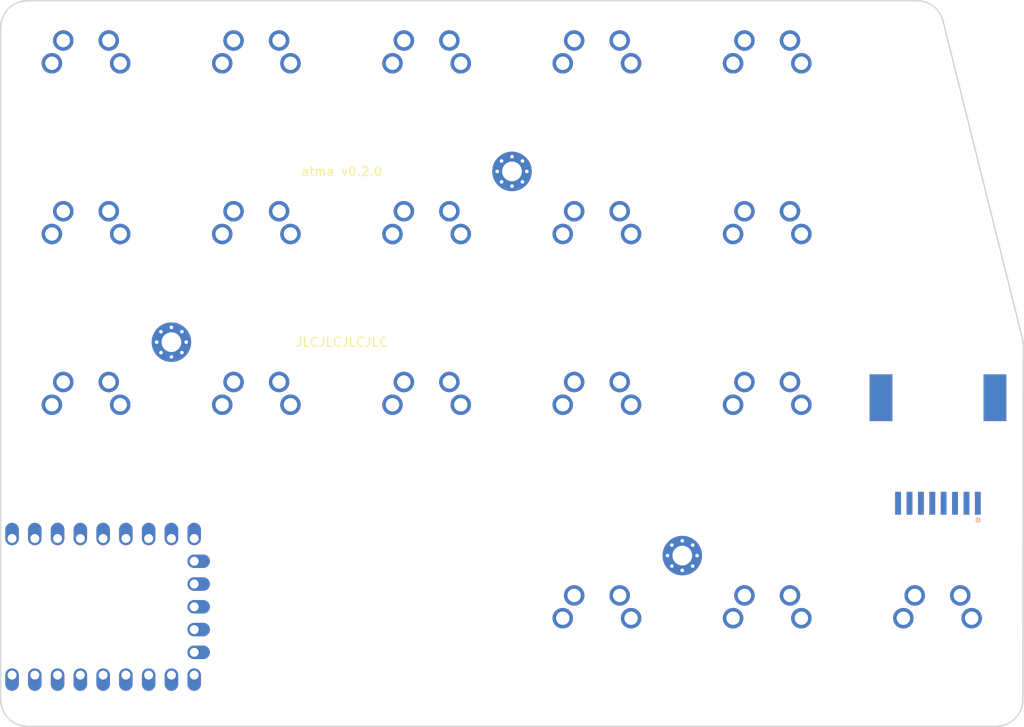
<source format=kicad_pcb>

            
(kicad_pcb (version 20171130) (host pcbnew 5.1.6)

  (page A3)
  (title_block
    (title atma)
    (rev v1.0.0)
    (company Unknown)
  )

  (general
    (thickness 1.6)
  )

  (layers
    (0 F.Cu signal)
    (31 B.Cu signal)
    (32 B.Adhes user)
    (33 F.Adhes user)
    (34 B.Paste user)
    (35 F.Paste user)
    (36 B.SilkS user)
    (37 F.SilkS user)
    (38 B.Mask user)
    (39 F.Mask user)
    (40 Dwgs.User user)
    (41 Cmts.User user)
    (42 Eco1.User user)
    (43 Eco2.User user)
    (44 Edge.Cuts user)
    (45 Margin user)
    (46 B.CrtYd user)
    (47 F.CrtYd user)
    (48 B.Fab user)
    (49 F.Fab user)
  )

  (setup
    (last_trace_width 0.25)
    (trace_clearance 0.2)
    (zone_clearance 0.508)
    (zone_45_only no)
    (trace_min 0.2)
    (via_size 0.8)
    (via_drill 0.4)
    (via_min_size 0.4)
    (via_min_drill 0.3)
    (uvia_size 0.3)
    (uvia_drill 0.1)
    (uvias_allowed no)
    (uvia_min_size 0.2)
    (uvia_min_drill 0.1)
    (edge_width 0.05)
    (segment_width 0.2)
    (pcb_text_width 0.3)
    (pcb_text_size 1.5 1.5)
    (mod_edge_width 0.12)
    (mod_text_size 1 1)
    (mod_text_width 0.15)
    (pad_size 1.524 1.524)
    (pad_drill 0.762)
    (pad_to_mask_clearance 0.05)
    (aux_axis_origin 0 0)
    (visible_elements FFFFFF7F)
    (pcbplotparams
      (layerselection 0x010fc_ffffffff)
      (usegerberextensions false)
      (usegerberattributes true)
      (usegerberadvancedattributes true)
      (creategerberjobfile true)
      (excludeedgelayer true)
      (linewidth 0.100000)
      (plotframeref false)
      (viasonmask false)
      (mode 1)
      (useauxorigin false)
      (hpglpennumber 1)
      (hpglpenspeed 20)
      (hpglpendiameter 15.000000)
      (psnegative false)
      (psa4output false)
      (plotreference true)
      (plotvalue true)
      (plotinvisibletext false)
      (padsonsilk false)
      (subtractmaskfromsilk false)
      (outputformat 1)
      (mirror false)
      (drillshape 1)
      (scaleselection 1)
      (outputdirectory ""))
  )

            (net 0 "")
(net 1 "matrix_pinky_bottom")
(net 2 "GND")
(net 3 "matrix_pinky_home")
(net 4 "matrix_pinky_top")
(net 5 "matrix_ring_bottom")
(net 6 "matrix_ring_home")
(net 7 "matrix_ring_top")
(net 8 "matrix_middle_bottom")
(net 9 "matrix_middle_home")
(net 10 "matrix_middle_top")
(net 11 "matrix_index_bottom")
(net 12 "matrix_index_home")
(net 13 "matrix_index_top")
(net 14 "matrix_inner_bottom")
(net 15 "matrix_inner_home")
(net 16 "matrix_inner_top")
(net 17 "thumbfan_near_home")
(net 18 "thumbfan_home_home")
(net 19 "thumbfan_far_home")
(net 20 "GP12")
(net 21 "GP13")
(net 22 "3V3")
(net 23 "5V")
            
  (net_class Default "This is the default net class."
    (clearance 0.2)
    (trace_width 0.25)
    (via_dia 0.8)
    (via_drill 0.4)
    (uvia_dia 0.3)
    (uvia_drill 0.1)
    (add_net "")
(add_net "matrix_pinky_bottom")
(add_net "GND")
(add_net "matrix_pinky_home")
(add_net "matrix_pinky_top")
(add_net "matrix_ring_bottom")
(add_net "matrix_ring_home")
(add_net "matrix_ring_top")
(add_net "matrix_middle_bottom")
(add_net "matrix_middle_home")
(add_net "matrix_middle_top")
(add_net "matrix_index_bottom")
(add_net "matrix_index_home")
(add_net "matrix_index_top")
(add_net "matrix_inner_bottom")
(add_net "matrix_inner_home")
(add_net "matrix_inner_top")
(add_net "thumbfan_near_home")
(add_net "thumbfan_home_home")
(add_net "thumbfan_far_home")
(add_net "GP12")
(add_net "GP13")
(add_net "3V3")
(add_net "5V")
  )

            
        
      (module MX (layer F.Cu) (tedit 5DD4F656)
      (at 152.4 152.4 0)

      
      (fp_text reference "S1" (at 0 0) (layer F.SilkS) hide (effects (font (size 1.27 1.27) (thickness 0.15))))
      (fp_text value "" (at 0 0) (layer F.SilkS) hide (effects (font (size 1.27 1.27) (thickness 0.15))))

      
      (fp_line (start -7 -6) (end -7 -7) (layer Dwgs.User) (width 0.15))
      (fp_line (start -7 7) (end -6 7) (layer Dwgs.User) (width 0.15))
      (fp_line (start -6 -7) (end -7 -7) (layer Dwgs.User) (width 0.15))
      (fp_line (start -7 7) (end -7 6) (layer Dwgs.User) (width 0.15))
      (fp_line (start 7 6) (end 7 7) (layer Dwgs.User) (width 0.15))
      (fp_line (start 7 -7) (end 6 -7) (layer Dwgs.User) (width 0.15))
      (fp_line (start 6 7) (end 7 7) (layer Dwgs.User) (width 0.15))
      (fp_line (start 7 -7) (end 7 -6) (layer Dwgs.User) (width 0.15))
    
      
      (pad "" np_thru_hole circle (at 0 0) (size 3.9878 3.9878) (drill 3.9878) (layers *.Cu *.Mask))

      
      (pad "" np_thru_hole circle (at 5.08 0) (size 1.7018 1.7018) (drill 1.7018) (layers *.Cu *.Mask))
      (pad "" np_thru_hole circle (at -5.08 0) (size 1.7018 1.7018) (drill 1.7018) (layers *.Cu *.Mask))
      
        
      
      (fp_line (start -9.5 -9.5) (end 9.5 -9.5) (layer Dwgs.User) (width 0.15))
      (fp_line (start 9.5 -9.5) (end 9.5 9.5) (layer Dwgs.User) (width 0.15))
      (fp_line (start 9.5 9.5) (end -9.5 9.5) (layer Dwgs.User) (width 0.15))
      (fp_line (start -9.5 9.5) (end -9.5 -9.5) (layer Dwgs.User) (width 0.15))
      
        
            
            (pad 1 thru_hole circle (at 2.54 -5.08) (size 2.286 2.286) (drill 1.4986) (layers *.Cu *.Mask) (net 1 "matrix_pinky_bottom"))
            (pad 2 thru_hole circle (at -3.81 -2.54) (size 2.286 2.286) (drill 1.4986) (layers *.Cu *.Mask) (net 2 "GND"))
          
        
            
            (pad 1 thru_hole circle (at -2.54 -5.08) (size 2.286 2.286) (drill 1.4986) (layers *.Cu *.Mask) (net 1 "matrix_pinky_bottom"))
            (pad 2 thru_hole circle (at 3.81 -2.54) (size 2.286 2.286) (drill 1.4986) (layers *.Cu *.Mask) (net 2 "GND"))
          )
        

        
      (module MX (layer F.Cu) (tedit 5DD4F656)
      (at 152.4 133.35 0)

      
      (fp_text reference "S2" (at 0 0) (layer F.SilkS) hide (effects (font (size 1.27 1.27) (thickness 0.15))))
      (fp_text value "" (at 0 0) (layer F.SilkS) hide (effects (font (size 1.27 1.27) (thickness 0.15))))

      
      (fp_line (start -7 -6) (end -7 -7) (layer Dwgs.User) (width 0.15))
      (fp_line (start -7 7) (end -6 7) (layer Dwgs.User) (width 0.15))
      (fp_line (start -6 -7) (end -7 -7) (layer Dwgs.User) (width 0.15))
      (fp_line (start -7 7) (end -7 6) (layer Dwgs.User) (width 0.15))
      (fp_line (start 7 6) (end 7 7) (layer Dwgs.User) (width 0.15))
      (fp_line (start 7 -7) (end 6 -7) (layer Dwgs.User) (width 0.15))
      (fp_line (start 6 7) (end 7 7) (layer Dwgs.User) (width 0.15))
      (fp_line (start 7 -7) (end 7 -6) (layer Dwgs.User) (width 0.15))
    
      
      (pad "" np_thru_hole circle (at 0 0) (size 3.9878 3.9878) (drill 3.9878) (layers *.Cu *.Mask))

      
      (pad "" np_thru_hole circle (at 5.08 0) (size 1.7018 1.7018) (drill 1.7018) (layers *.Cu *.Mask))
      (pad "" np_thru_hole circle (at -5.08 0) (size 1.7018 1.7018) (drill 1.7018) (layers *.Cu *.Mask))
      
        
      
      (fp_line (start -9.5 -9.5) (end 9.5 -9.5) (layer Dwgs.User) (width 0.15))
      (fp_line (start 9.5 -9.5) (end 9.5 9.5) (layer Dwgs.User) (width 0.15))
      (fp_line (start 9.5 9.5) (end -9.5 9.5) (layer Dwgs.User) (width 0.15))
      (fp_line (start -9.5 9.5) (end -9.5 -9.5) (layer Dwgs.User) (width 0.15))
      
        
            
            (pad 1 thru_hole circle (at 2.54 -5.08) (size 2.286 2.286) (drill 1.4986) (layers *.Cu *.Mask) (net 3 "matrix_pinky_home"))
            (pad 2 thru_hole circle (at -3.81 -2.54) (size 2.286 2.286) (drill 1.4986) (layers *.Cu *.Mask) (net 2 "GND"))
          
        
            
            (pad 1 thru_hole circle (at -2.54 -5.08) (size 2.286 2.286) (drill 1.4986) (layers *.Cu *.Mask) (net 3 "matrix_pinky_home"))
            (pad 2 thru_hole circle (at 3.81 -2.54) (size 2.286 2.286) (drill 1.4986) (layers *.Cu *.Mask) (net 2 "GND"))
          )
        

        
      (module MX (layer F.Cu) (tedit 5DD4F656)
      (at 152.4 114.3 0)

      
      (fp_text reference "S3" (at 0 0) (layer F.SilkS) hide (effects (font (size 1.27 1.27) (thickness 0.15))))
      (fp_text value "" (at 0 0) (layer F.SilkS) hide (effects (font (size 1.27 1.27) (thickness 0.15))))

      
      (fp_line (start -7 -6) (end -7 -7) (layer Dwgs.User) (width 0.15))
      (fp_line (start -7 7) (end -6 7) (layer Dwgs.User) (width 0.15))
      (fp_line (start -6 -7) (end -7 -7) (layer Dwgs.User) (width 0.15))
      (fp_line (start -7 7) (end -7 6) (layer Dwgs.User) (width 0.15))
      (fp_line (start 7 6) (end 7 7) (layer Dwgs.User) (width 0.15))
      (fp_line (start 7 -7) (end 6 -7) (layer Dwgs.User) (width 0.15))
      (fp_line (start 6 7) (end 7 7) (layer Dwgs.User) (width 0.15))
      (fp_line (start 7 -7) (end 7 -6) (layer Dwgs.User) (width 0.15))
    
      
      (pad "" np_thru_hole circle (at 0 0) (size 3.9878 3.9878) (drill 3.9878) (layers *.Cu *.Mask))

      
      (pad "" np_thru_hole circle (at 5.08 0) (size 1.7018 1.7018) (drill 1.7018) (layers *.Cu *.Mask))
      (pad "" np_thru_hole circle (at -5.08 0) (size 1.7018 1.7018) (drill 1.7018) (layers *.Cu *.Mask))
      
        
      
      (fp_line (start -9.5 -9.5) (end 9.5 -9.5) (layer Dwgs.User) (width 0.15))
      (fp_line (start 9.5 -9.5) (end 9.5 9.5) (layer Dwgs.User) (width 0.15))
      (fp_line (start 9.5 9.5) (end -9.5 9.5) (layer Dwgs.User) (width 0.15))
      (fp_line (start -9.5 9.5) (end -9.5 -9.5) (layer Dwgs.User) (width 0.15))
      
        
            
            (pad 1 thru_hole circle (at 2.54 -5.08) (size 2.286 2.286) (drill 1.4986) (layers *.Cu *.Mask) (net 4 "matrix_pinky_top"))
            (pad 2 thru_hole circle (at -3.81 -2.54) (size 2.286 2.286) (drill 1.4986) (layers *.Cu *.Mask) (net 2 "GND"))
          
        
            
            (pad 1 thru_hole circle (at -2.54 -5.08) (size 2.286 2.286) (drill 1.4986) (layers *.Cu *.Mask) (net 4 "matrix_pinky_top"))
            (pad 2 thru_hole circle (at 3.81 -2.54) (size 2.286 2.286) (drill 1.4986) (layers *.Cu *.Mask) (net 2 "GND"))
          )
        

        
      (module MX (layer F.Cu) (tedit 5DD4F656)
      (at 171.4 152.4 0)

      
      (fp_text reference "S4" (at 0 0) (layer F.SilkS) hide (effects (font (size 1.27 1.27) (thickness 0.15))))
      (fp_text value "" (at 0 0) (layer F.SilkS) hide (effects (font (size 1.27 1.27) (thickness 0.15))))

      
      (fp_line (start -7 -6) (end -7 -7) (layer Dwgs.User) (width 0.15))
      (fp_line (start -7 7) (end -6 7) (layer Dwgs.User) (width 0.15))
      (fp_line (start -6 -7) (end -7 -7) (layer Dwgs.User) (width 0.15))
      (fp_line (start -7 7) (end -7 6) (layer Dwgs.User) (width 0.15))
      (fp_line (start 7 6) (end 7 7) (layer Dwgs.User) (width 0.15))
      (fp_line (start 7 -7) (end 6 -7) (layer Dwgs.User) (width 0.15))
      (fp_line (start 6 7) (end 7 7) (layer Dwgs.User) (width 0.15))
      (fp_line (start 7 -7) (end 7 -6) (layer Dwgs.User) (width 0.15))
    
      
      (pad "" np_thru_hole circle (at 0 0) (size 3.9878 3.9878) (drill 3.9878) (layers *.Cu *.Mask))

      
      (pad "" np_thru_hole circle (at 5.08 0) (size 1.7018 1.7018) (drill 1.7018) (layers *.Cu *.Mask))
      (pad "" np_thru_hole circle (at -5.08 0) (size 1.7018 1.7018) (drill 1.7018) (layers *.Cu *.Mask))
      
        
      
      (fp_line (start -9.5 -9.5) (end 9.5 -9.5) (layer Dwgs.User) (width 0.15))
      (fp_line (start 9.5 -9.5) (end 9.5 9.5) (layer Dwgs.User) (width 0.15))
      (fp_line (start 9.5 9.5) (end -9.5 9.5) (layer Dwgs.User) (width 0.15))
      (fp_line (start -9.5 9.5) (end -9.5 -9.5) (layer Dwgs.User) (width 0.15))
      
        
            
            (pad 1 thru_hole circle (at 2.54 -5.08) (size 2.286 2.286) (drill 1.4986) (layers *.Cu *.Mask) (net 5 "matrix_ring_bottom"))
            (pad 2 thru_hole circle (at -3.81 -2.54) (size 2.286 2.286) (drill 1.4986) (layers *.Cu *.Mask) (net 2 "GND"))
          
        
            
            (pad 1 thru_hole circle (at -2.54 -5.08) (size 2.286 2.286) (drill 1.4986) (layers *.Cu *.Mask) (net 5 "matrix_ring_bottom"))
            (pad 2 thru_hole circle (at 3.81 -2.54) (size 2.286 2.286) (drill 1.4986) (layers *.Cu *.Mask) (net 2 "GND"))
          )
        

        
      (module MX (layer F.Cu) (tedit 5DD4F656)
      (at 171.4 133.35 0)

      
      (fp_text reference "S5" (at 0 0) (layer F.SilkS) hide (effects (font (size 1.27 1.27) (thickness 0.15))))
      (fp_text value "" (at 0 0) (layer F.SilkS) hide (effects (font (size 1.27 1.27) (thickness 0.15))))

      
      (fp_line (start -7 -6) (end -7 -7) (layer Dwgs.User) (width 0.15))
      (fp_line (start -7 7) (end -6 7) (layer Dwgs.User) (width 0.15))
      (fp_line (start -6 -7) (end -7 -7) (layer Dwgs.User) (width 0.15))
      (fp_line (start -7 7) (end -7 6) (layer Dwgs.User) (width 0.15))
      (fp_line (start 7 6) (end 7 7) (layer Dwgs.User) (width 0.15))
      (fp_line (start 7 -7) (end 6 -7) (layer Dwgs.User) (width 0.15))
      (fp_line (start 6 7) (end 7 7) (layer Dwgs.User) (width 0.15))
      (fp_line (start 7 -7) (end 7 -6) (layer Dwgs.User) (width 0.15))
    
      
      (pad "" np_thru_hole circle (at 0 0) (size 3.9878 3.9878) (drill 3.9878) (layers *.Cu *.Mask))

      
      (pad "" np_thru_hole circle (at 5.08 0) (size 1.7018 1.7018) (drill 1.7018) (layers *.Cu *.Mask))
      (pad "" np_thru_hole circle (at -5.08 0) (size 1.7018 1.7018) (drill 1.7018) (layers *.Cu *.Mask))
      
        
      
      (fp_line (start -9.5 -9.5) (end 9.5 -9.5) (layer Dwgs.User) (width 0.15))
      (fp_line (start 9.5 -9.5) (end 9.5 9.5) (layer Dwgs.User) (width 0.15))
      (fp_line (start 9.5 9.5) (end -9.5 9.5) (layer Dwgs.User) (width 0.15))
      (fp_line (start -9.5 9.5) (end -9.5 -9.5) (layer Dwgs.User) (width 0.15))
      
        
            
            (pad 1 thru_hole circle (at 2.54 -5.08) (size 2.286 2.286) (drill 1.4986) (layers *.Cu *.Mask) (net 6 "matrix_ring_home"))
            (pad 2 thru_hole circle (at -3.81 -2.54) (size 2.286 2.286) (drill 1.4986) (layers *.Cu *.Mask) (net 2 "GND"))
          
        
            
            (pad 1 thru_hole circle (at -2.54 -5.08) (size 2.286 2.286) (drill 1.4986) (layers *.Cu *.Mask) (net 6 "matrix_ring_home"))
            (pad 2 thru_hole circle (at 3.81 -2.54) (size 2.286 2.286) (drill 1.4986) (layers *.Cu *.Mask) (net 2 "GND"))
          )
        

        
      (module MX (layer F.Cu) (tedit 5DD4F656)
      (at 171.4 114.3 0)

      
      (fp_text reference "S6" (at 0 0) (layer F.SilkS) hide (effects (font (size 1.27 1.27) (thickness 0.15))))
      (fp_text value "" (at 0 0) (layer F.SilkS) hide (effects (font (size 1.27 1.27) (thickness 0.15))))

      
      (fp_line (start -7 -6) (end -7 -7) (layer Dwgs.User) (width 0.15))
      (fp_line (start -7 7) (end -6 7) (layer Dwgs.User) (width 0.15))
      (fp_line (start -6 -7) (end -7 -7) (layer Dwgs.User) (width 0.15))
      (fp_line (start -7 7) (end -7 6) (layer Dwgs.User) (width 0.15))
      (fp_line (start 7 6) (end 7 7) (layer Dwgs.User) (width 0.15))
      (fp_line (start 7 -7) (end 6 -7) (layer Dwgs.User) (width 0.15))
      (fp_line (start 6 7) (end 7 7) (layer Dwgs.User) (width 0.15))
      (fp_line (start 7 -7) (end 7 -6) (layer Dwgs.User) (width 0.15))
    
      
      (pad "" np_thru_hole circle (at 0 0) (size 3.9878 3.9878) (drill 3.9878) (layers *.Cu *.Mask))

      
      (pad "" np_thru_hole circle (at 5.08 0) (size 1.7018 1.7018) (drill 1.7018) (layers *.Cu *.Mask))
      (pad "" np_thru_hole circle (at -5.08 0) (size 1.7018 1.7018) (drill 1.7018) (layers *.Cu *.Mask))
      
        
      
      (fp_line (start -9.5 -9.5) (end 9.5 -9.5) (layer Dwgs.User) (width 0.15))
      (fp_line (start 9.5 -9.5) (end 9.5 9.5) (layer Dwgs.User) (width 0.15))
      (fp_line (start 9.5 9.5) (end -9.5 9.5) (layer Dwgs.User) (width 0.15))
      (fp_line (start -9.5 9.5) (end -9.5 -9.5) (layer Dwgs.User) (width 0.15))
      
        
            
            (pad 1 thru_hole circle (at 2.54 -5.08) (size 2.286 2.286) (drill 1.4986) (layers *.Cu *.Mask) (net 7 "matrix_ring_top"))
            (pad 2 thru_hole circle (at -3.81 -2.54) (size 2.286 2.286) (drill 1.4986) (layers *.Cu *.Mask) (net 2 "GND"))
          
        
            
            (pad 1 thru_hole circle (at -2.54 -5.08) (size 2.286 2.286) (drill 1.4986) (layers *.Cu *.Mask) (net 7 "matrix_ring_top"))
            (pad 2 thru_hole circle (at 3.81 -2.54) (size 2.286 2.286) (drill 1.4986) (layers *.Cu *.Mask) (net 2 "GND"))
          )
        

        
      (module MX (layer F.Cu) (tedit 5DD4F656)
      (at 190.4 152.4 0)

      
      (fp_text reference "S7" (at 0 0) (layer F.SilkS) hide (effects (font (size 1.27 1.27) (thickness 0.15))))
      (fp_text value "" (at 0 0) (layer F.SilkS) hide (effects (font (size 1.27 1.27) (thickness 0.15))))

      
      (fp_line (start -7 -6) (end -7 -7) (layer Dwgs.User) (width 0.15))
      (fp_line (start -7 7) (end -6 7) (layer Dwgs.User) (width 0.15))
      (fp_line (start -6 -7) (end -7 -7) (layer Dwgs.User) (width 0.15))
      (fp_line (start -7 7) (end -7 6) (layer Dwgs.User) (width 0.15))
      (fp_line (start 7 6) (end 7 7) (layer Dwgs.User) (width 0.15))
      (fp_line (start 7 -7) (end 6 -7) (layer Dwgs.User) (width 0.15))
      (fp_line (start 6 7) (end 7 7) (layer Dwgs.User) (width 0.15))
      (fp_line (start 7 -7) (end 7 -6) (layer Dwgs.User) (width 0.15))
    
      
      (pad "" np_thru_hole circle (at 0 0) (size 3.9878 3.9878) (drill 3.9878) (layers *.Cu *.Mask))

      
      (pad "" np_thru_hole circle (at 5.08 0) (size 1.7018 1.7018) (drill 1.7018) (layers *.Cu *.Mask))
      (pad "" np_thru_hole circle (at -5.08 0) (size 1.7018 1.7018) (drill 1.7018) (layers *.Cu *.Mask))
      
        
      
      (fp_line (start -9.5 -9.5) (end 9.5 -9.5) (layer Dwgs.User) (width 0.15))
      (fp_line (start 9.5 -9.5) (end 9.5 9.5) (layer Dwgs.User) (width 0.15))
      (fp_line (start 9.5 9.5) (end -9.5 9.5) (layer Dwgs.User) (width 0.15))
      (fp_line (start -9.5 9.5) (end -9.5 -9.5) (layer Dwgs.User) (width 0.15))
      
        
            
            (pad 1 thru_hole circle (at 2.54 -5.08) (size 2.286 2.286) (drill 1.4986) (layers *.Cu *.Mask) (net 8 "matrix_middle_bottom"))
            (pad 2 thru_hole circle (at -3.81 -2.54) (size 2.286 2.286) (drill 1.4986) (layers *.Cu *.Mask) (net 2 "GND"))
          
        
            
            (pad 1 thru_hole circle (at -2.54 -5.08) (size 2.286 2.286) (drill 1.4986) (layers *.Cu *.Mask) (net 8 "matrix_middle_bottom"))
            (pad 2 thru_hole circle (at 3.81 -2.54) (size 2.286 2.286) (drill 1.4986) (layers *.Cu *.Mask) (net 2 "GND"))
          )
        

        
      (module MX (layer F.Cu) (tedit 5DD4F656)
      (at 190.4 133.35 0)

      
      (fp_text reference "S8" (at 0 0) (layer F.SilkS) hide (effects (font (size 1.27 1.27) (thickness 0.15))))
      (fp_text value "" (at 0 0) (layer F.SilkS) hide (effects (font (size 1.27 1.27) (thickness 0.15))))

      
      (fp_line (start -7 -6) (end -7 -7) (layer Dwgs.User) (width 0.15))
      (fp_line (start -7 7) (end -6 7) (layer Dwgs.User) (width 0.15))
      (fp_line (start -6 -7) (end -7 -7) (layer Dwgs.User) (width 0.15))
      (fp_line (start -7 7) (end -7 6) (layer Dwgs.User) (width 0.15))
      (fp_line (start 7 6) (end 7 7) (layer Dwgs.User) (width 0.15))
      (fp_line (start 7 -7) (end 6 -7) (layer Dwgs.User) (width 0.15))
      (fp_line (start 6 7) (end 7 7) (layer Dwgs.User) (width 0.15))
      (fp_line (start 7 -7) (end 7 -6) (layer Dwgs.User) (width 0.15))
    
      
      (pad "" np_thru_hole circle (at 0 0) (size 3.9878 3.9878) (drill 3.9878) (layers *.Cu *.Mask))

      
      (pad "" np_thru_hole circle (at 5.08 0) (size 1.7018 1.7018) (drill 1.7018) (layers *.Cu *.Mask))
      (pad "" np_thru_hole circle (at -5.08 0) (size 1.7018 1.7018) (drill 1.7018) (layers *.Cu *.Mask))
      
        
      
      (fp_line (start -9.5 -9.5) (end 9.5 -9.5) (layer Dwgs.User) (width 0.15))
      (fp_line (start 9.5 -9.5) (end 9.5 9.5) (layer Dwgs.User) (width 0.15))
      (fp_line (start 9.5 9.5) (end -9.5 9.5) (layer Dwgs.User) (width 0.15))
      (fp_line (start -9.5 9.5) (end -9.5 -9.5) (layer Dwgs.User) (width 0.15))
      
        
            
            (pad 1 thru_hole circle (at 2.54 -5.08) (size 2.286 2.286) (drill 1.4986) (layers *.Cu *.Mask) (net 9 "matrix_middle_home"))
            (pad 2 thru_hole circle (at -3.81 -2.54) (size 2.286 2.286) (drill 1.4986) (layers *.Cu *.Mask) (net 2 "GND"))
          
        
            
            (pad 1 thru_hole circle (at -2.54 -5.08) (size 2.286 2.286) (drill 1.4986) (layers *.Cu *.Mask) (net 9 "matrix_middle_home"))
            (pad 2 thru_hole circle (at 3.81 -2.54) (size 2.286 2.286) (drill 1.4986) (layers *.Cu *.Mask) (net 2 "GND"))
          )
        

        
      (module MX (layer F.Cu) (tedit 5DD4F656)
      (at 190.4 114.3 0)

      
      (fp_text reference "S9" (at 0 0) (layer F.SilkS) hide (effects (font (size 1.27 1.27) (thickness 0.15))))
      (fp_text value "" (at 0 0) (layer F.SilkS) hide (effects (font (size 1.27 1.27) (thickness 0.15))))

      
      (fp_line (start -7 -6) (end -7 -7) (layer Dwgs.User) (width 0.15))
      (fp_line (start -7 7) (end -6 7) (layer Dwgs.User) (width 0.15))
      (fp_line (start -6 -7) (end -7 -7) (layer Dwgs.User) (width 0.15))
      (fp_line (start -7 7) (end -7 6) (layer Dwgs.User) (width 0.15))
      (fp_line (start 7 6) (end 7 7) (layer Dwgs.User) (width 0.15))
      (fp_line (start 7 -7) (end 6 -7) (layer Dwgs.User) (width 0.15))
      (fp_line (start 6 7) (end 7 7) (layer Dwgs.User) (width 0.15))
      (fp_line (start 7 -7) (end 7 -6) (layer Dwgs.User) (width 0.15))
    
      
      (pad "" np_thru_hole circle (at 0 0) (size 3.9878 3.9878) (drill 3.9878) (layers *.Cu *.Mask))

      
      (pad "" np_thru_hole circle (at 5.08 0) (size 1.7018 1.7018) (drill 1.7018) (layers *.Cu *.Mask))
      (pad "" np_thru_hole circle (at -5.08 0) (size 1.7018 1.7018) (drill 1.7018) (layers *.Cu *.Mask))
      
        
      
      (fp_line (start -9.5 -9.5) (end 9.5 -9.5) (layer Dwgs.User) (width 0.15))
      (fp_line (start 9.5 -9.5) (end 9.5 9.5) (layer Dwgs.User) (width 0.15))
      (fp_line (start 9.5 9.5) (end -9.5 9.5) (layer Dwgs.User) (width 0.15))
      (fp_line (start -9.5 9.5) (end -9.5 -9.5) (layer Dwgs.User) (width 0.15))
      
        
            
            (pad 1 thru_hole circle (at 2.54 -5.08) (size 2.286 2.286) (drill 1.4986) (layers *.Cu *.Mask) (net 10 "matrix_middle_top"))
            (pad 2 thru_hole circle (at -3.81 -2.54) (size 2.286 2.286) (drill 1.4986) (layers *.Cu *.Mask) (net 2 "GND"))
          
        
            
            (pad 1 thru_hole circle (at -2.54 -5.08) (size 2.286 2.286) (drill 1.4986) (layers *.Cu *.Mask) (net 10 "matrix_middle_top"))
            (pad 2 thru_hole circle (at 3.81 -2.54) (size 2.286 2.286) (drill 1.4986) (layers *.Cu *.Mask) (net 2 "GND"))
          )
        

        
      (module MX (layer F.Cu) (tedit 5DD4F656)
      (at 209.4 152.4 0)

      
      (fp_text reference "S10" (at 0 0) (layer F.SilkS) hide (effects (font (size 1.27 1.27) (thickness 0.15))))
      (fp_text value "" (at 0 0) (layer F.SilkS) hide (effects (font (size 1.27 1.27) (thickness 0.15))))

      
      (fp_line (start -7 -6) (end -7 -7) (layer Dwgs.User) (width 0.15))
      (fp_line (start -7 7) (end -6 7) (layer Dwgs.User) (width 0.15))
      (fp_line (start -6 -7) (end -7 -7) (layer Dwgs.User) (width 0.15))
      (fp_line (start -7 7) (end -7 6) (layer Dwgs.User) (width 0.15))
      (fp_line (start 7 6) (end 7 7) (layer Dwgs.User) (width 0.15))
      (fp_line (start 7 -7) (end 6 -7) (layer Dwgs.User) (width 0.15))
      (fp_line (start 6 7) (end 7 7) (layer Dwgs.User) (width 0.15))
      (fp_line (start 7 -7) (end 7 -6) (layer Dwgs.User) (width 0.15))
    
      
      (pad "" np_thru_hole circle (at 0 0) (size 3.9878 3.9878) (drill 3.9878) (layers *.Cu *.Mask))

      
      (pad "" np_thru_hole circle (at 5.08 0) (size 1.7018 1.7018) (drill 1.7018) (layers *.Cu *.Mask))
      (pad "" np_thru_hole circle (at -5.08 0) (size 1.7018 1.7018) (drill 1.7018) (layers *.Cu *.Mask))
      
        
      
      (fp_line (start -9.5 -9.5) (end 9.5 -9.5) (layer Dwgs.User) (width 0.15))
      (fp_line (start 9.5 -9.5) (end 9.5 9.5) (layer Dwgs.User) (width 0.15))
      (fp_line (start 9.5 9.5) (end -9.5 9.5) (layer Dwgs.User) (width 0.15))
      (fp_line (start -9.5 9.5) (end -9.5 -9.5) (layer Dwgs.User) (width 0.15))
      
        
            
            (pad 1 thru_hole circle (at 2.54 -5.08) (size 2.286 2.286) (drill 1.4986) (layers *.Cu *.Mask) (net 11 "matrix_index_bottom"))
            (pad 2 thru_hole circle (at -3.81 -2.54) (size 2.286 2.286) (drill 1.4986) (layers *.Cu *.Mask) (net 2 "GND"))
          
        
            
            (pad 1 thru_hole circle (at -2.54 -5.08) (size 2.286 2.286) (drill 1.4986) (layers *.Cu *.Mask) (net 11 "matrix_index_bottom"))
            (pad 2 thru_hole circle (at 3.81 -2.54) (size 2.286 2.286) (drill 1.4986) (layers *.Cu *.Mask) (net 2 "GND"))
          )
        

        
      (module MX (layer F.Cu) (tedit 5DD4F656)
      (at 209.4 133.35 0)

      
      (fp_text reference "S11" (at 0 0) (layer F.SilkS) hide (effects (font (size 1.27 1.27) (thickness 0.15))))
      (fp_text value "" (at 0 0) (layer F.SilkS) hide (effects (font (size 1.27 1.27) (thickness 0.15))))

      
      (fp_line (start -7 -6) (end -7 -7) (layer Dwgs.User) (width 0.15))
      (fp_line (start -7 7) (end -6 7) (layer Dwgs.User) (width 0.15))
      (fp_line (start -6 -7) (end -7 -7) (layer Dwgs.User) (width 0.15))
      (fp_line (start -7 7) (end -7 6) (layer Dwgs.User) (width 0.15))
      (fp_line (start 7 6) (end 7 7) (layer Dwgs.User) (width 0.15))
      (fp_line (start 7 -7) (end 6 -7) (layer Dwgs.User) (width 0.15))
      (fp_line (start 6 7) (end 7 7) (layer Dwgs.User) (width 0.15))
      (fp_line (start 7 -7) (end 7 -6) (layer Dwgs.User) (width 0.15))
    
      
      (pad "" np_thru_hole circle (at 0 0) (size 3.9878 3.9878) (drill 3.9878) (layers *.Cu *.Mask))

      
      (pad "" np_thru_hole circle (at 5.08 0) (size 1.7018 1.7018) (drill 1.7018) (layers *.Cu *.Mask))
      (pad "" np_thru_hole circle (at -5.08 0) (size 1.7018 1.7018) (drill 1.7018) (layers *.Cu *.Mask))
      
        
      
      (fp_line (start -9.5 -9.5) (end 9.5 -9.5) (layer Dwgs.User) (width 0.15))
      (fp_line (start 9.5 -9.5) (end 9.5 9.5) (layer Dwgs.User) (width 0.15))
      (fp_line (start 9.5 9.5) (end -9.5 9.5) (layer Dwgs.User) (width 0.15))
      (fp_line (start -9.5 9.5) (end -9.5 -9.5) (layer Dwgs.User) (width 0.15))
      
        
            
            (pad 1 thru_hole circle (at 2.54 -5.08) (size 2.286 2.286) (drill 1.4986) (layers *.Cu *.Mask) (net 12 "matrix_index_home"))
            (pad 2 thru_hole circle (at -3.81 -2.54) (size 2.286 2.286) (drill 1.4986) (layers *.Cu *.Mask) (net 2 "GND"))
          
        
            
            (pad 1 thru_hole circle (at -2.54 -5.08) (size 2.286 2.286) (drill 1.4986) (layers *.Cu *.Mask) (net 12 "matrix_index_home"))
            (pad 2 thru_hole circle (at 3.81 -2.54) (size 2.286 2.286) (drill 1.4986) (layers *.Cu *.Mask) (net 2 "GND"))
          )
        

        
      (module MX (layer F.Cu) (tedit 5DD4F656)
      (at 209.4 114.3 0)

      
      (fp_text reference "S12" (at 0 0) (layer F.SilkS) hide (effects (font (size 1.27 1.27) (thickness 0.15))))
      (fp_text value "" (at 0 0) (layer F.SilkS) hide (effects (font (size 1.27 1.27) (thickness 0.15))))

      
      (fp_line (start -7 -6) (end -7 -7) (layer Dwgs.User) (width 0.15))
      (fp_line (start -7 7) (end -6 7) (layer Dwgs.User) (width 0.15))
      (fp_line (start -6 -7) (end -7 -7) (layer Dwgs.User) (width 0.15))
      (fp_line (start -7 7) (end -7 6) (layer Dwgs.User) (width 0.15))
      (fp_line (start 7 6) (end 7 7) (layer Dwgs.User) (width 0.15))
      (fp_line (start 7 -7) (end 6 -7) (layer Dwgs.User) (width 0.15))
      (fp_line (start 6 7) (end 7 7) (layer Dwgs.User) (width 0.15))
      (fp_line (start 7 -7) (end 7 -6) (layer Dwgs.User) (width 0.15))
    
      
      (pad "" np_thru_hole circle (at 0 0) (size 3.9878 3.9878) (drill 3.9878) (layers *.Cu *.Mask))

      
      (pad "" np_thru_hole circle (at 5.08 0) (size 1.7018 1.7018) (drill 1.7018) (layers *.Cu *.Mask))
      (pad "" np_thru_hole circle (at -5.08 0) (size 1.7018 1.7018) (drill 1.7018) (layers *.Cu *.Mask))
      
        
      
      (fp_line (start -9.5 -9.5) (end 9.5 -9.5) (layer Dwgs.User) (width 0.15))
      (fp_line (start 9.5 -9.5) (end 9.5 9.5) (layer Dwgs.User) (width 0.15))
      (fp_line (start 9.5 9.5) (end -9.5 9.5) (layer Dwgs.User) (width 0.15))
      (fp_line (start -9.5 9.5) (end -9.5 -9.5) (layer Dwgs.User) (width 0.15))
      
        
            
            (pad 1 thru_hole circle (at 2.54 -5.08) (size 2.286 2.286) (drill 1.4986) (layers *.Cu *.Mask) (net 13 "matrix_index_top"))
            (pad 2 thru_hole circle (at -3.81 -2.54) (size 2.286 2.286) (drill 1.4986) (layers *.Cu *.Mask) (net 2 "GND"))
          
        
            
            (pad 1 thru_hole circle (at -2.54 -5.08) (size 2.286 2.286) (drill 1.4986) (layers *.Cu *.Mask) (net 13 "matrix_index_top"))
            (pad 2 thru_hole circle (at 3.81 -2.54) (size 2.286 2.286) (drill 1.4986) (layers *.Cu *.Mask) (net 2 "GND"))
          )
        

        
      (module MX (layer F.Cu) (tedit 5DD4F656)
      (at 228.4 152.4 0)

      
      (fp_text reference "S13" (at 0 0) (layer F.SilkS) hide (effects (font (size 1.27 1.27) (thickness 0.15))))
      (fp_text value "" (at 0 0) (layer F.SilkS) hide (effects (font (size 1.27 1.27) (thickness 0.15))))

      
      (fp_line (start -7 -6) (end -7 -7) (layer Dwgs.User) (width 0.15))
      (fp_line (start -7 7) (end -6 7) (layer Dwgs.User) (width 0.15))
      (fp_line (start -6 -7) (end -7 -7) (layer Dwgs.User) (width 0.15))
      (fp_line (start -7 7) (end -7 6) (layer Dwgs.User) (width 0.15))
      (fp_line (start 7 6) (end 7 7) (layer Dwgs.User) (width 0.15))
      (fp_line (start 7 -7) (end 6 -7) (layer Dwgs.User) (width 0.15))
      (fp_line (start 6 7) (end 7 7) (layer Dwgs.User) (width 0.15))
      (fp_line (start 7 -7) (end 7 -6) (layer Dwgs.User) (width 0.15))
    
      
      (pad "" np_thru_hole circle (at 0 0) (size 3.9878 3.9878) (drill 3.9878) (layers *.Cu *.Mask))

      
      (pad "" np_thru_hole circle (at 5.08 0) (size 1.7018 1.7018) (drill 1.7018) (layers *.Cu *.Mask))
      (pad "" np_thru_hole circle (at -5.08 0) (size 1.7018 1.7018) (drill 1.7018) (layers *.Cu *.Mask))
      
        
      
      (fp_line (start -9.5 -9.5) (end 9.5 -9.5) (layer Dwgs.User) (width 0.15))
      (fp_line (start 9.5 -9.5) (end 9.5 9.5) (layer Dwgs.User) (width 0.15))
      (fp_line (start 9.5 9.5) (end -9.5 9.5) (layer Dwgs.User) (width 0.15))
      (fp_line (start -9.5 9.5) (end -9.5 -9.5) (layer Dwgs.User) (width 0.15))
      
        
            
            (pad 1 thru_hole circle (at 2.54 -5.08) (size 2.286 2.286) (drill 1.4986) (layers *.Cu *.Mask) (net 14 "matrix_inner_bottom"))
            (pad 2 thru_hole circle (at -3.81 -2.54) (size 2.286 2.286) (drill 1.4986) (layers *.Cu *.Mask) (net 2 "GND"))
          
        
            
            (pad 1 thru_hole circle (at -2.54 -5.08) (size 2.286 2.286) (drill 1.4986) (layers *.Cu *.Mask) (net 14 "matrix_inner_bottom"))
            (pad 2 thru_hole circle (at 3.81 -2.54) (size 2.286 2.286) (drill 1.4986) (layers *.Cu *.Mask) (net 2 "GND"))
          )
        

        
      (module MX (layer F.Cu) (tedit 5DD4F656)
      (at 228.4 133.35 0)

      
      (fp_text reference "S14" (at 0 0) (layer F.SilkS) hide (effects (font (size 1.27 1.27) (thickness 0.15))))
      (fp_text value "" (at 0 0) (layer F.SilkS) hide (effects (font (size 1.27 1.27) (thickness 0.15))))

      
      (fp_line (start -7 -6) (end -7 -7) (layer Dwgs.User) (width 0.15))
      (fp_line (start -7 7) (end -6 7) (layer Dwgs.User) (width 0.15))
      (fp_line (start -6 -7) (end -7 -7) (layer Dwgs.User) (width 0.15))
      (fp_line (start -7 7) (end -7 6) (layer Dwgs.User) (width 0.15))
      (fp_line (start 7 6) (end 7 7) (layer Dwgs.User) (width 0.15))
      (fp_line (start 7 -7) (end 6 -7) (layer Dwgs.User) (width 0.15))
      (fp_line (start 6 7) (end 7 7) (layer Dwgs.User) (width 0.15))
      (fp_line (start 7 -7) (end 7 -6) (layer Dwgs.User) (width 0.15))
    
      
      (pad "" np_thru_hole circle (at 0 0) (size 3.9878 3.9878) (drill 3.9878) (layers *.Cu *.Mask))

      
      (pad "" np_thru_hole circle (at 5.08 0) (size 1.7018 1.7018) (drill 1.7018) (layers *.Cu *.Mask))
      (pad "" np_thru_hole circle (at -5.08 0) (size 1.7018 1.7018) (drill 1.7018) (layers *.Cu *.Mask))
      
        
      
      (fp_line (start -9.5 -9.5) (end 9.5 -9.5) (layer Dwgs.User) (width 0.15))
      (fp_line (start 9.5 -9.5) (end 9.5 9.5) (layer Dwgs.User) (width 0.15))
      (fp_line (start 9.5 9.5) (end -9.5 9.5) (layer Dwgs.User) (width 0.15))
      (fp_line (start -9.5 9.5) (end -9.5 -9.5) (layer Dwgs.User) (width 0.15))
      
        
            
            (pad 1 thru_hole circle (at 2.54 -5.08) (size 2.286 2.286) (drill 1.4986) (layers *.Cu *.Mask) (net 15 "matrix_inner_home"))
            (pad 2 thru_hole circle (at -3.81 -2.54) (size 2.286 2.286) (drill 1.4986) (layers *.Cu *.Mask) (net 2 "GND"))
          
        
            
            (pad 1 thru_hole circle (at -2.54 -5.08) (size 2.286 2.286) (drill 1.4986) (layers *.Cu *.Mask) (net 15 "matrix_inner_home"))
            (pad 2 thru_hole circle (at 3.81 -2.54) (size 2.286 2.286) (drill 1.4986) (layers *.Cu *.Mask) (net 2 "GND"))
          )
        

        
      (module MX (layer F.Cu) (tedit 5DD4F656)
      (at 228.4 114.3 0)

      
      (fp_text reference "S15" (at 0 0) (layer F.SilkS) hide (effects (font (size 1.27 1.27) (thickness 0.15))))
      (fp_text value "" (at 0 0) (layer F.SilkS) hide (effects (font (size 1.27 1.27) (thickness 0.15))))

      
      (fp_line (start -7 -6) (end -7 -7) (layer Dwgs.User) (width 0.15))
      (fp_line (start -7 7) (end -6 7) (layer Dwgs.User) (width 0.15))
      (fp_line (start -6 -7) (end -7 -7) (layer Dwgs.User) (width 0.15))
      (fp_line (start -7 7) (end -7 6) (layer Dwgs.User) (width 0.15))
      (fp_line (start 7 6) (end 7 7) (layer Dwgs.User) (width 0.15))
      (fp_line (start 7 -7) (end 6 -7) (layer Dwgs.User) (width 0.15))
      (fp_line (start 6 7) (end 7 7) (layer Dwgs.User) (width 0.15))
      (fp_line (start 7 -7) (end 7 -6) (layer Dwgs.User) (width 0.15))
    
      
      (pad "" np_thru_hole circle (at 0 0) (size 3.9878 3.9878) (drill 3.9878) (layers *.Cu *.Mask))

      
      (pad "" np_thru_hole circle (at 5.08 0) (size 1.7018 1.7018) (drill 1.7018) (layers *.Cu *.Mask))
      (pad "" np_thru_hole circle (at -5.08 0) (size 1.7018 1.7018) (drill 1.7018) (layers *.Cu *.Mask))
      
        
      
      (fp_line (start -9.5 -9.5) (end 9.5 -9.5) (layer Dwgs.User) (width 0.15))
      (fp_line (start 9.5 -9.5) (end 9.5 9.5) (layer Dwgs.User) (width 0.15))
      (fp_line (start 9.5 9.5) (end -9.5 9.5) (layer Dwgs.User) (width 0.15))
      (fp_line (start -9.5 9.5) (end -9.5 -9.5) (layer Dwgs.User) (width 0.15))
      
        
            
            (pad 1 thru_hole circle (at 2.54 -5.08) (size 2.286 2.286) (drill 1.4986) (layers *.Cu *.Mask) (net 16 "matrix_inner_top"))
            (pad 2 thru_hole circle (at -3.81 -2.54) (size 2.286 2.286) (drill 1.4986) (layers *.Cu *.Mask) (net 2 "GND"))
          
        
            
            (pad 1 thru_hole circle (at -2.54 -5.08) (size 2.286 2.286) (drill 1.4986) (layers *.Cu *.Mask) (net 16 "matrix_inner_top"))
            (pad 2 thru_hole circle (at 3.81 -2.54) (size 2.286 2.286) (drill 1.4986) (layers *.Cu *.Mask) (net 2 "GND"))
          )
        

        
      (module MX (layer F.Cu) (tedit 5DD4F656)
      (at 209.4 176.2125 0)

      
      (fp_text reference "S16" (at 0 0) (layer F.SilkS) hide (effects (font (size 1.27 1.27) (thickness 0.15))))
      (fp_text value "" (at 0 0) (layer F.SilkS) hide (effects (font (size 1.27 1.27) (thickness 0.15))))

      
      (fp_line (start -7 -6) (end -7 -7) (layer Dwgs.User) (width 0.15))
      (fp_line (start -7 7) (end -6 7) (layer Dwgs.User) (width 0.15))
      (fp_line (start -6 -7) (end -7 -7) (layer Dwgs.User) (width 0.15))
      (fp_line (start -7 7) (end -7 6) (layer Dwgs.User) (width 0.15))
      (fp_line (start 7 6) (end 7 7) (layer Dwgs.User) (width 0.15))
      (fp_line (start 7 -7) (end 6 -7) (layer Dwgs.User) (width 0.15))
      (fp_line (start 6 7) (end 7 7) (layer Dwgs.User) (width 0.15))
      (fp_line (start 7 -7) (end 7 -6) (layer Dwgs.User) (width 0.15))
    
      
      (pad "" np_thru_hole circle (at 0 0) (size 3.9878 3.9878) (drill 3.9878) (layers *.Cu *.Mask))

      
      (pad "" np_thru_hole circle (at 5.08 0) (size 1.7018 1.7018) (drill 1.7018) (layers *.Cu *.Mask))
      (pad "" np_thru_hole circle (at -5.08 0) (size 1.7018 1.7018) (drill 1.7018) (layers *.Cu *.Mask))
      
        
      
      (fp_line (start -9.5 -9.5) (end 9.5 -9.5) (layer Dwgs.User) (width 0.15))
      (fp_line (start 9.5 -9.5) (end 9.5 9.5) (layer Dwgs.User) (width 0.15))
      (fp_line (start 9.5 9.5) (end -9.5 9.5) (layer Dwgs.User) (width 0.15))
      (fp_line (start -9.5 9.5) (end -9.5 -9.5) (layer Dwgs.User) (width 0.15))
      
        
            
            (pad 1 thru_hole circle (at 2.54 -5.08) (size 2.286 2.286) (drill 1.4986) (layers *.Cu *.Mask) (net 17 "thumbfan_near_home"))
            (pad 2 thru_hole circle (at -3.81 -2.54) (size 2.286 2.286) (drill 1.4986) (layers *.Cu *.Mask) (net 2 "GND"))
          
        
            
            (pad 1 thru_hole circle (at -2.54 -5.08) (size 2.286 2.286) (drill 1.4986) (layers *.Cu *.Mask) (net 17 "thumbfan_near_home"))
            (pad 2 thru_hole circle (at 3.81 -2.54) (size 2.286 2.286) (drill 1.4986) (layers *.Cu *.Mask) (net 2 "GND"))
          )
        

        
      (module MX (layer F.Cu) (tedit 5DD4F656)
      (at 228.4 176.2125 0)

      
      (fp_text reference "S17" (at 0 0) (layer F.SilkS) hide (effects (font (size 1.27 1.27) (thickness 0.15))))
      (fp_text value "" (at 0 0) (layer F.SilkS) hide (effects (font (size 1.27 1.27) (thickness 0.15))))

      
      (fp_line (start -7 -6) (end -7 -7) (layer Dwgs.User) (width 0.15))
      (fp_line (start -7 7) (end -6 7) (layer Dwgs.User) (width 0.15))
      (fp_line (start -6 -7) (end -7 -7) (layer Dwgs.User) (width 0.15))
      (fp_line (start -7 7) (end -7 6) (layer Dwgs.User) (width 0.15))
      (fp_line (start 7 6) (end 7 7) (layer Dwgs.User) (width 0.15))
      (fp_line (start 7 -7) (end 6 -7) (layer Dwgs.User) (width 0.15))
      (fp_line (start 6 7) (end 7 7) (layer Dwgs.User) (width 0.15))
      (fp_line (start 7 -7) (end 7 -6) (layer Dwgs.User) (width 0.15))
    
      
      (pad "" np_thru_hole circle (at 0 0) (size 3.9878 3.9878) (drill 3.9878) (layers *.Cu *.Mask))

      
      (pad "" np_thru_hole circle (at 5.08 0) (size 1.7018 1.7018) (drill 1.7018) (layers *.Cu *.Mask))
      (pad "" np_thru_hole circle (at -5.08 0) (size 1.7018 1.7018) (drill 1.7018) (layers *.Cu *.Mask))
      
        
      
      (fp_line (start -9.5 -9.5) (end 9.5 -9.5) (layer Dwgs.User) (width 0.15))
      (fp_line (start 9.5 -9.5) (end 9.5 9.5) (layer Dwgs.User) (width 0.15))
      (fp_line (start 9.5 9.5) (end -9.5 9.5) (layer Dwgs.User) (width 0.15))
      (fp_line (start -9.5 9.5) (end -9.5 -9.5) (layer Dwgs.User) (width 0.15))
      
        
            
            (pad 1 thru_hole circle (at 2.54 -5.08) (size 2.286 2.286) (drill 1.4986) (layers *.Cu *.Mask) (net 18 "thumbfan_home_home"))
            (pad 2 thru_hole circle (at -3.81 -2.54) (size 2.286 2.286) (drill 1.4986) (layers *.Cu *.Mask) (net 2 "GND"))
          
        
            
            (pad 1 thru_hole circle (at -2.54 -5.08) (size 2.286 2.286) (drill 1.4986) (layers *.Cu *.Mask) (net 18 "thumbfan_home_home"))
            (pad 2 thru_hole circle (at 3.81 -2.54) (size 2.286 2.286) (drill 1.4986) (layers *.Cu *.Mask) (net 2 "GND"))
          )
        

        
      (module MX (layer F.Cu) (tedit 5DD4F656)
      (at 247.4 176.2125 0)

      
      (fp_text reference "S18" (at 0 0) (layer F.SilkS) hide (effects (font (size 1.27 1.27) (thickness 0.15))))
      (fp_text value "" (at 0 0) (layer F.SilkS) hide (effects (font (size 1.27 1.27) (thickness 0.15))))

      
      (fp_line (start -7 -6) (end -7 -7) (layer Dwgs.User) (width 0.15))
      (fp_line (start -7 7) (end -6 7) (layer Dwgs.User) (width 0.15))
      (fp_line (start -6 -7) (end -7 -7) (layer Dwgs.User) (width 0.15))
      (fp_line (start -7 7) (end -7 6) (layer Dwgs.User) (width 0.15))
      (fp_line (start 7 6) (end 7 7) (layer Dwgs.User) (width 0.15))
      (fp_line (start 7 -7) (end 6 -7) (layer Dwgs.User) (width 0.15))
      (fp_line (start 6 7) (end 7 7) (layer Dwgs.User) (width 0.15))
      (fp_line (start 7 -7) (end 7 -6) (layer Dwgs.User) (width 0.15))
    
      
      (pad "" np_thru_hole circle (at 0 0) (size 3.9878 3.9878) (drill 3.9878) (layers *.Cu *.Mask))

      
      (pad "" np_thru_hole circle (at 5.08 0) (size 1.7018 1.7018) (drill 1.7018) (layers *.Cu *.Mask))
      (pad "" np_thru_hole circle (at -5.08 0) (size 1.7018 1.7018) (drill 1.7018) (layers *.Cu *.Mask))
      
        
      
      (fp_line (start -9.5 -9.5) (end 9.5 -9.5) (layer Dwgs.User) (width 0.15))
      (fp_line (start 9.5 -9.5) (end 9.5 9.5) (layer Dwgs.User) (width 0.15))
      (fp_line (start 9.5 9.5) (end -9.5 9.5) (layer Dwgs.User) (width 0.15))
      (fp_line (start -9.5 9.5) (end -9.5 -9.5) (layer Dwgs.User) (width 0.15))
      
        
            
            (pad 1 thru_hole circle (at 2.54 -5.08) (size 2.286 2.286) (drill 1.4986) (layers *.Cu *.Mask) (net 19 "thumbfan_far_home"))
            (pad 2 thru_hole circle (at -3.81 -2.54) (size 2.286 2.286) (drill 1.4986) (layers *.Cu *.Mask) (net 2 "GND"))
          
        
            
            (pad 1 thru_hole circle (at -2.54 -5.08) (size 2.286 2.286) (drill 1.4986) (layers *.Cu *.Mask) (net 19 "thumbfan_far_home"))
            (pad 2 thru_hole circle (at 3.81 -2.54) (size 2.286 2.286) (drill 1.4986) (layers *.Cu *.Mask) (net 2 "GND"))
          )
        

    (module rp2040_zero_tht_pads (layer F.Cu)
      (at 154.305 172.4025 90)
      (attr through_hole)
      (pad 1 thru_hole oval (at 7.62 -10.16 270) (size 2.5 1.5) (drill 1 (offset -0.5 0)) (layers *.Cu *.Mask) (tstamp a67b97a6-51fd-4a32-8231-3fd10436b6ab) (net 4 "matrix_pinky_top"))
      (pad 2 thru_hole oval (at 7.62 -7.62 270) (size 2.5 1.5) (drill 1 (offset -0.5 0)) (layers *.Cu *.Mask) (tstamp 68f7174d-ce7a-41b4-89f8-dd7e3ded57a1) (net 3 "matrix_pinky_home"))
      (pad 3 thru_hole oval (at 7.62 -5.08 270) (size 2.5 1.5) (drill 1 (offset -0.5 0)) (layers *.Cu *.Mask) (tstamp da7e6488-201f-4286-b86a-ca5aced3697a) (net 1 "matrix_pinky_bottom"))
      (pad 4 thru_hole oval (at 7.62 -2.54 270) (size 2.5 1.5) (drill 1 (offset -0.5 0)) (layers *.Cu *.Mask) (tstamp 2b7c4f37-42c0-4571-a44b-b808484d3d74) (net 5 "matrix_ring_bottom"))
      (pad 5 thru_hole oval (at 7.62 0 270) (size 2.5 1.5) (drill 1 (offset -0.5 0)) (layers *.Cu *.Mask) (tstamp abe3c03e-744a-4406-8e50-6a10745f0c43) (net 6 "matrix_ring_home"))
      (pad 6 thru_hole oval (at 7.62 2.54 270) (size 2.5 1.5) (drill 1 (offset -0.5 0)) (layers *.Cu *.Mask) (tstamp 771cb5c1-62ba-4cca-999e-cdcbe417213c) (net 7 "matrix_ring_top"))
      (pad 7 thru_hole oval (at 7.62 5.08 270) (size 2.5 1.5) (drill 1 (offset -0.5 0)) (layers *.Cu *.Mask) (tstamp 6a1ae8ee-dea6-4015-b83e-baf8fcdfaf0f) (net 10 "matrix_middle_top"))
      (pad 8 thru_hole oval (at 7.62 7.62 270) (size 2.5 1.5) (drill 1 (offset -0.5 0)) (layers *.Cu *.Mask) (tstamp 5a319d05-1a85-43fe-a179-ebcee7212a03) (net 9 "matrix_middle_home"))
      (pad 9 thru_hole oval (at 7.62 10.16 270) (size 2.5 1.5) (drill 1 (offset -0.5 0)) (layers *.Cu *.Mask) (tstamp 2e6b1f7e-e4c3-43a1-ae90-c85aa40696d5) (net 8 "matrix_middle_bottom"))
      (pad 10 thru_hole oval (at 5.08 10.16 180) (size 2.5 1.5) (drill 1 (offset -0.5 0)) (layers *.Cu *.Mask) (tstamp 04d60995-4f82-4f17-8f82-2f27a0a779cc) (net 11 "matrix_index_bottom"))
      (pad 11 thru_hole oval (at 2.54 10.16 180) (size 2.5 1.5) (drill 1 (offset -0.5 0)) (layers *.Cu *.Mask) (tstamp 70abf340-8b3e-403e-a5e2-d8f35caa2f87) (net 12 "matrix_index_home"))
      (pad 12 thru_hole oval (at 0 10.16 180) (size 2.5 1.5) (drill 1 (offset -0.5 0)) (layers *.Cu *.Mask) (tstamp 4f2f68c4-6fa0-45ce-b5c2-e911daddcd12) (net 13 "matrix_index_top"))
      (pad 13 thru_hole oval (at -2.54 10.16 180) (size 2.5 1.5) (drill 1 (offset -0.5 0)) (layers *.Cu *.Mask) (tstamp 47993d80-a37e-426e-90c9-fd54b49ed166) (net 20 "GP12"))
      (pad 14 thru_hole oval (at -5.08 10.16 180) (size 2.5 1.5) (drill 1 (offset -0.5 0)) (layers *.Cu *.Mask) (tstamp 0a4f1792-568b-402b-9700-fd4b01130ff8) (net 21 "GP13"))
      (pad 15 thru_hole oval (at -7.62 10.16 90) (size 2.5 1.5) (drill 1 (offset -0.5 0)) (layers *.Cu *.Mask) (tstamp 867e444b-3681-4baf-9d08-1188c3544771) (net 16 "matrix_inner_top"))
      (pad 16 thru_hole oval (at -7.62 7.62 90) (size 2.5 1.5) (drill 1 (offset -0.5 0)) (layers *.Cu *.Mask) (tstamp 9c4384c0-9a57-4262-8711-eec9b8ecb4c6) (net 15 "matrix_inner_home"))
      (pad 17 thru_hole oval (at -7.62 5.08 90) (size 2.5 1.5) (drill 1 (offset -0.5 0)) (layers *.Cu *.Mask) (tstamp a20b891b-a240-411f-9914-9ac989f03074) (net 14 "matrix_inner_bottom"))
      (pad 18 thru_hole oval (at -7.62 2.54 90) (size 2.5 1.5) (drill 1 (offset -0.5 0)) (layers *.Cu *.Mask) (tstamp 761a1a33-98a4-41af-9660-18c12d51b442) (net 17 "thumbfan_near_home"))
      (pad 19 thru_hole oval (at -7.62 0 90) (size 2.5 1.5) (drill 1 (offset -0.5 0)) (layers *.Cu *.Mask) (tstamp 2caa1d4c-02f2-443a-a145-dc5854878c73) (net 18 "thumbfan_home_home"))
      (pad 20 thru_hole oval (at -7.62 -2.54 90) (size 2.5 1.5) (drill 1 (offset -0.5 0)) (layers *.Cu *.Mask) (tstamp 1b7a2775-7631-4d4f-8b27-ab588adb3b7d) (net 19 "thumbfan_far_home"))
      (pad 21 thru_hole oval (at -7.62 -5.08 90) (size 2.5 1.5) (drill 1 (offset -0.5 0)) (layers *.Cu *.Mask) (tstamp 75b890e6-df6d-4a6e-acaa-0870cda0d189) (net 22 "3V3"))
      (pad 22 thru_hole oval (at -7.62 -7.62 90) (size 2.5 1.5) (drill 1 (offset -0.5 0)) (layers *.Cu *.Mask) (tstamp e4d9ec61-16f7-410d-891d-89481964ef82) (net 2 "GND"))
      (pad 23 thru_hole oval (at -7.62 -10.16 90) (size 2.5 1.5) (drill 1 (offset -0.5 0)) (layers *.Cu *.Mask) (tstamp 8a11f86e-586e-495d-a11e-a1e650589934) (net 23 "5V"))
    )
    

    (module "44144-0003" (layer F.Cu)
      (at 247.45000000000002 160.02 180)
      (fp_line (start -7.62 0) (end 7.62 0) (layer F.Fab) (width 0.2))
      (fp_line (start 7.62 0) (end 7.62 16.89) (layer F.Fab) (width 0.2))
      (fp_line (start 7.62 16.89) (end -7.62 16.89) (layer F.Fab) (width 0.2))
      (fp_line (start -7.62 16.89) (end -7.62 0) (layer F.Fab) (width 0.2))
      (fp_circle (center -4.48 -2.704) (end -4.48 -2.61208) (layer F.SilkS) (width 0.2))

      (pad 1 smd rect (at -4.445 -0.83 180) (size 0.64 2.54) (layers F.Cu F.Paste F.Mask) (net 22 "3V3"))
      (pad 2 smd rect (at -3.175 -0.83 180) (size 0.64 2.54) (layers F.Cu F.Paste F.Mask) (net 2 "GND"))
      (pad 3 smd rect (at -1.905 -0.83 180) (size 0.64 2.54) (layers F.Cu F.Paste F.Mask) (net 21 "GP13"))
      (pad 4 smd rect (at -0.635 -0.83 180) (size 0.64 2.54) (layers F.Cu F.Paste F.Mask) (net 21 "GP13"))
      (pad 5 smd rect (at 0.635 -0.83 180) (size 0.64 2.54) (layers F.Cu F.Paste F.Mask) (net 20 "GP12"))
      (pad 6 smd rect (at 1.905 -0.83 180) (size 0.64 2.54) (layers F.Cu F.Paste F.Mask) (net 20 "GP12"))
      (pad 7 smd rect (at 3.175 -0.83 180) (size 0.64 2.54) (layers F.Cu F.Paste F.Mask) (net 2 "GND"))
      (pad 8 smd rect (at 4.445 -0.83 180) (size 0.64 2.54) (layers F.Cu F.Paste F.Mask) (net 22 "3V3"))
      (pad 9 smd rect (at -6.35 10.945 180) (size 2.54 5.21) (layers F.Cu F.Paste F.Mask))
      (pad 10 smd rect (at 6.35 10.945 180) (size 2.54 5.21) (layers F.Cu F.Paste F.Mask))

      (fp_line (start -7.62 0) (end 7.62 0) (layer B.Fab) (width 0.2))
      (fp_line (start 7.62 0) (end 7.62 16.89) (layer B.Fab) (width 0.2))
      (fp_line (start 7.62 16.89) (end -7.62 16.89) (layer B.Fab) (width 0.2))
      (fp_line (start -7.62 16.89) (end -7.62 0) (layer B.Fab) (width 0.2))
      (fp_circle (center -4.48 -2.704) (end -4.48 -2.61208) (layer B.SilkS) (width 0.2))

      (pad 1 smd rect (at -4.445 -0.83 180) (size 0.64 2.54) (layers B.Cu B.Paste B.Mask) (net 22 "3V3"))
      (pad 2 smd rect (at -3.175 -0.83 180) (size 0.64 2.54) (layers B.Cu B.Paste B.Mask) (net 2 "GND"))
      (pad 3 smd rect (at -1.905 -0.83 180) (size 0.64 2.54) (layers B.Cu B.Paste B.Mask) (net 21 "GP13"))
      (pad 4 smd rect (at -0.635 -0.83 180) (size 0.64 2.54) (layers B.Cu B.Paste B.Mask) (net 21 "GP13"))
      (pad 5 smd rect (at 0.635 -0.83 180) (size 0.64 2.54) (layers B.Cu B.Paste B.Mask) (net 20 "GP12"))
      (pad 6 smd rect (at 1.905 -0.83 180) (size 0.64 2.54) (layers B.Cu B.Paste B.Mask) (net 20 "GP12"))
      (pad 7 smd rect (at 3.175 -0.83 180) (size 0.64 2.54) (layers B.Cu B.Paste B.Mask) (net 2 "GND"))
      (pad 8 smd rect (at 4.445 -0.83 180) (size 0.64 2.54) (layers B.Cu B.Paste B.Mask) (net 22 "3V3"))
      (pad 9 smd rect (at -6.35 10.945 180) (size 2.54 5.21) (layers B.Cu B.Paste B.Mask))
      (pad 10 smd rect (at 6.35 10.945 180) (size 2.54 5.21) (layers B.Cu B.Paste B.Mask))

    )
    

    (module "MountingHole_2.2mm_M2_Pad_Via" (version 20210722) (generator pcbnew) (layer "F.Cu")
      (tedit 56DDB9C7)
      (at 161.925 142.875 0) 
    
      (fp_text reference "_3" (at 0 -3.2) (layer "F.SilkS") hide 
        (effects (font (size 1 1) (thickness 0.15)))
        (tstamp b68bb25c-687d-44b1-b966-dad4cac66b35)
      )
    
      (fp_circle (center 0 0) (end 2.45 0) (layer "F.CrtYd") (width 0.05) (fill none) (tstamp b2688462-c375-45d3-9095-3425fb17c88f))
      (pad "1" thru_hole circle locked (at 1.166726 1.166726) (size 0.7 0.7) (drill 0.4) (layers *.Cu *.Mask) (tstamp 2a7fc905-328f-4bbb-9222-ca8d15d03a86))
      (pad "1" thru_hole circle locked (at 0 0) (size 4.4 4.4) (drill 2.2) (layers *.Cu *.Mask) (tstamp 47ee1d53-0551-4b6d-bc24-3f3f14c73c36))
      (pad "1" thru_hole circle locked (at 0 1.65) (size 0.7 0.7) (drill 0.4) (layers *.Cu *.Mask) (tstamp 4eef65bc-4add-40d7-8319-14dcdbae0d44))
      (pad "1" thru_hole circle locked (at 1.166726 -1.166726) (size 0.7 0.7) (drill 0.4) (layers *.Cu *.Mask) (tstamp 56155f4d-2ebc-4ad4-8d82-7aa7846deba8))
      (pad "1" thru_hole circle locked (at -1.65 0) (size 0.7 0.7) (drill 0.4) (layers *.Cu *.Mask) (tstamp 787d6162-1d3c-4def-859e-6532ce27c1ef))
      (pad "1" thru_hole circle locked (at -1.166726 -1.166726) (size 0.7 0.7) (drill 0.4) (layers *.Cu *.Mask) (tstamp 8d699d12-7099-4814-bbe6-11bc74c6e8b2))
      (pad "1" thru_hole circle locked (at -1.166726 1.166726) (size 0.7 0.7) (drill 0.4) (layers *.Cu *.Mask) (tstamp 95ab0420-a56b-46ee-98ad-5072a1a93a6f))
      (pad "1" thru_hole circle locked (at 1.65 0) (size 0.7 0.7) (drill 0.4) (layers *.Cu *.Mask) (tstamp cde0acf2-b3b4-46de-9f6e-3ab519744000))
      (pad "1" thru_hole circle locked (at 0 -1.65) (size 0.7 0.7) (drill 0.4) (layers *.Cu *.Mask) (tstamp ff0de415-ae11-46fb-b780-c24aee621212))
    )

    (module "MountingHole_2.2mm_M2_Pad_Via" (version 20210722) (generator pcbnew) (layer "F.Cu")
      (tedit 56DDB9C7)
      (at 199.925 123.82499999999999 0) 
    
      (fp_text reference "_4" (at 0 -3.2) (layer "F.SilkS") hide 
        (effects (font (size 1 1) (thickness 0.15)))
        (tstamp b68bb25c-687d-44b1-b966-dad4cac66b35)
      )
    
      (fp_circle (center 0 0) (end 2.45 0) (layer "F.CrtYd") (width 0.05) (fill none) (tstamp b2688462-c375-45d3-9095-3425fb17c88f))
      (pad "1" thru_hole circle locked (at 1.166726 1.166726) (size 0.7 0.7) (drill 0.4) (layers *.Cu *.Mask) (tstamp 2a7fc905-328f-4bbb-9222-ca8d15d03a86))
      (pad "1" thru_hole circle locked (at 0 0) (size 4.4 4.4) (drill 2.2) (layers *.Cu *.Mask) (tstamp 47ee1d53-0551-4b6d-bc24-3f3f14c73c36))
      (pad "1" thru_hole circle locked (at 0 1.65) (size 0.7 0.7) (drill 0.4) (layers *.Cu *.Mask) (tstamp 4eef65bc-4add-40d7-8319-14dcdbae0d44))
      (pad "1" thru_hole circle locked (at 1.166726 -1.166726) (size 0.7 0.7) (drill 0.4) (layers *.Cu *.Mask) (tstamp 56155f4d-2ebc-4ad4-8d82-7aa7846deba8))
      (pad "1" thru_hole circle locked (at -1.65 0) (size 0.7 0.7) (drill 0.4) (layers *.Cu *.Mask) (tstamp 787d6162-1d3c-4def-859e-6532ce27c1ef))
      (pad "1" thru_hole circle locked (at -1.166726 -1.166726) (size 0.7 0.7) (drill 0.4) (layers *.Cu *.Mask) (tstamp 8d699d12-7099-4814-bbe6-11bc74c6e8b2))
      (pad "1" thru_hole circle locked (at -1.166726 1.166726) (size 0.7 0.7) (drill 0.4) (layers *.Cu *.Mask) (tstamp 95ab0420-a56b-46ee-98ad-5072a1a93a6f))
      (pad "1" thru_hole circle locked (at 1.65 0) (size 0.7 0.7) (drill 0.4) (layers *.Cu *.Mask) (tstamp cde0acf2-b3b4-46de-9f6e-3ab519744000))
      (pad "1" thru_hole circle locked (at 0 -1.65) (size 0.7 0.7) (drill 0.4) (layers *.Cu *.Mask) (tstamp ff0de415-ae11-46fb-b780-c24aee621212))
    )

    (module "MountingHole_2.2mm_M2_Pad_Via" (version 20210722) (generator pcbnew) (layer "F.Cu")
      (tedit 56DDB9C7)
      (at 218.925 166.6875 0) 
    
      (fp_text reference "_5" (at 0 -3.2) (layer "F.SilkS") hide 
        (effects (font (size 1 1) (thickness 0.15)))
        (tstamp b68bb25c-687d-44b1-b966-dad4cac66b35)
      )
    
      (fp_circle (center 0 0) (end 2.45 0) (layer "F.CrtYd") (width 0.05) (fill none) (tstamp b2688462-c375-45d3-9095-3425fb17c88f))
      (pad "1" thru_hole circle locked (at 1.166726 1.166726) (size 0.7 0.7) (drill 0.4) (layers *.Cu *.Mask) (tstamp 2a7fc905-328f-4bbb-9222-ca8d15d03a86))
      (pad "1" thru_hole circle locked (at 0 0) (size 4.4 4.4) (drill 2.2) (layers *.Cu *.Mask) (tstamp 47ee1d53-0551-4b6d-bc24-3f3f14c73c36))
      (pad "1" thru_hole circle locked (at 0 1.65) (size 0.7 0.7) (drill 0.4) (layers *.Cu *.Mask) (tstamp 4eef65bc-4add-40d7-8319-14dcdbae0d44))
      (pad "1" thru_hole circle locked (at 1.166726 -1.166726) (size 0.7 0.7) (drill 0.4) (layers *.Cu *.Mask) (tstamp 56155f4d-2ebc-4ad4-8d82-7aa7846deba8))
      (pad "1" thru_hole circle locked (at -1.65 0) (size 0.7 0.7) (drill 0.4) (layers *.Cu *.Mask) (tstamp 787d6162-1d3c-4def-859e-6532ce27c1ef))
      (pad "1" thru_hole circle locked (at -1.166726 -1.166726) (size 0.7 0.7) (drill 0.4) (layers *.Cu *.Mask) (tstamp 8d699d12-7099-4814-bbe6-11bc74c6e8b2))
      (pad "1" thru_hole circle locked (at -1.166726 1.166726) (size 0.7 0.7) (drill 0.4) (layers *.Cu *.Mask) (tstamp 95ab0420-a56b-46ee-98ad-5072a1a93a6f))
      (pad "1" thru_hole circle locked (at 1.65 0) (size 0.7 0.7) (drill 0.4) (layers *.Cu *.Mask) (tstamp cde0acf2-b3b4-46de-9f6e-3ab519744000))
      (pad "1" thru_hole circle locked (at 0 -1.65) (size 0.7 0.7) (drill 0.4) (layers *.Cu *.Mask) (tstamp ff0de415-ae11-46fb-b780-c24aee621212))
    )

            (gr_text "atma v0.2.0" (at 180.925 123.82499999999999 0) (layer F.SilkS)
                (effects (font (size 1 1) (thickness 0.15)) )
            )
        

            (gr_text "JLCJLCJLCJLC" (at 180.925 142.875 0) (layer F.SilkS)
                (effects (font (size 1 1) (thickness 0.15)) )
            )
        
            (gr_line (start 142.875 182.7375) (end 142.875 107.77499999999999) (angle 90) (layer Edge.Cuts) (width 0.15))
(gr_line (start 145.875 104.77499999999999) (end 245.107670775 104.77499999999999) (angle 90) (layer Edge.Cuts) (width 0.15))
(gr_line (start 248.01809829852945 107.04739319411772) (end 256.8849966358661 142.51498654346437) (angle 90) (layer Edge.Cuts) (width 0.15))
(gr_line (start 256.97456711245326 143.24609284946928) (end 256.9284954803149 182.74099950006348) (angle 90) (layer Edge.Cuts) (width 0.15))
(gr_line (start 145.875 185.7375) (end 253.92849748019836 185.7375) (angle 90) (layer Edge.Cuts) (width 0.15))
(gr_arc (start 145.875 107.77499999999999) (end 145.875 104.77499999999999) (angle -90) (layer Edge.Cuts) (width 0.15))
(gr_arc (start 245.107670775 107.77499999999999) (end 248.018098275 107.04739319999999) (angle -75.96375792170193) (layer Edge.Cuts) (width 0.15))
(gr_arc (start 253.97456911233672 143.24259334934675) (end 256.97456711233673 143.24609284934675) (angle -14.103077621681855) (layer Edge.Cuts) (width 0.15))
(gr_arc (start 253.92849748019836 182.73749999998836) (end 253.92849748019836 185.73749999998836) (angle -89.93316445752373) (layer Edge.Cuts) (width 0.15))
(gr_arc (start 145.875 182.7375) (end 142.875 182.7375) (angle -90) (layer Edge.Cuts) (width 0.15))
            
)

        
</source>
